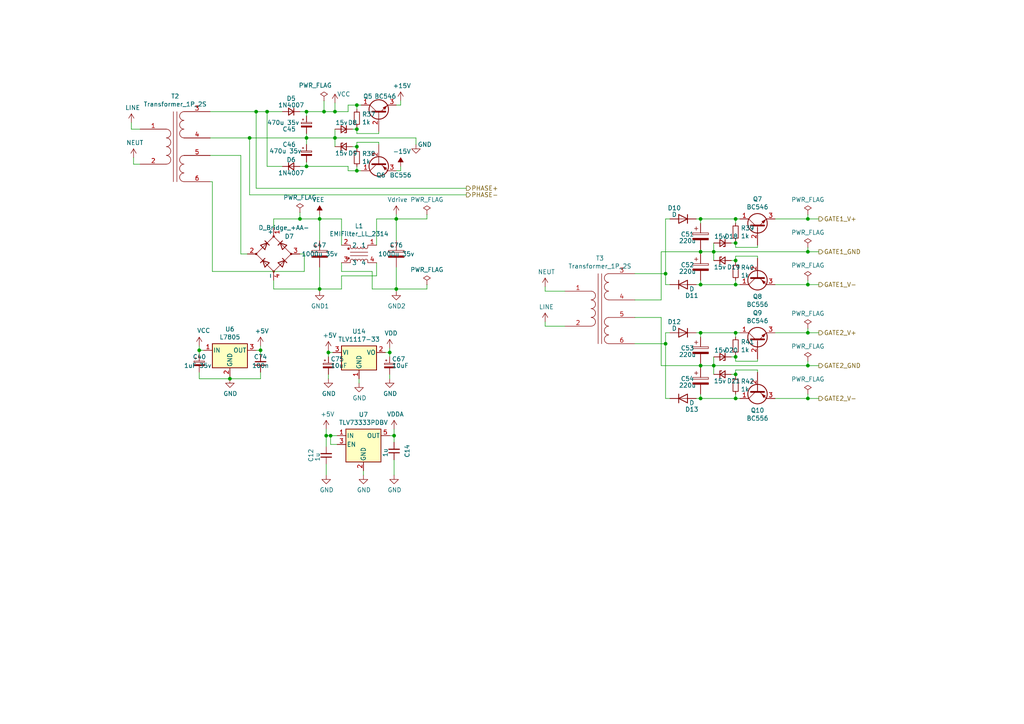
<source format=kicad_sch>
(kicad_sch (version 20200506) (host eeschema "5.99.0-unknown-1f9723c~101~ubuntu18.04.1")
  (page "A4")
  (junction (at 86.995 63.5))
  (junction (at 193.04 99.695))
  (junction (at 72.39 40.005))
  (junction (at 213.36 75.565))
  (junction (at 234.315 106.045))
  (junction (at 103.505 42.545))
  (junction (at 213.36 115.57))
  (junction (at 213.36 70.485))
  (junction (at 92.71 83.82))
  (junction (at 213.36 82.55))
  (junction (at 103.505 30.48))
  (junction (at 207.01 106.045))
  (junction (at 113.03 102.235))
  (junction (at 88.9 40.005))
  (junction (at 203.2 63.5))
  (junction (at 88.9 48.26))
  (junction (at 95.25 102.235))
  (junction (at 93.98 32.385))
  (junction (at 94.615 126.365))
  (junction (at 203.2 115.57))
  (junction (at 203.2 73.025))
  (junction (at 213.36 63.5))
  (junction (at 203.2 82.55))
  (junction (at 66.675 109.855))
  (junction (at 97.155 40.005))
  (junction (at 213.36 103.505))
  (junction (at 103.505 49.53))
  (junction (at 213.36 108.585))
  (junction (at 75.565 101.6))
  (junction (at 74.295 32.385))
  (junction (at 77.47 32.385))
  (junction (at 88.9 32.385))
  (junction (at 213.36 96.52))
  (junction (at 234.315 73.025))
  (junction (at 207.01 73.025))
  (junction (at 234.315 96.52))
  (junction (at 95.885 126.365))
  (junction (at 193.04 79.375))
  (junction (at 234.315 115.57))
  (junction (at 114.935 63.5))
  (junction (at 234.315 63.5))
  (junction (at 203.2 106.045))
  (junction (at 97.155 32.385))
  (junction (at 114.3 126.365))
  (junction (at 234.315 82.55))
  (junction (at 103.505 37.465))
  (junction (at 57.785 101.6))
  (junction (at 114.935 83.82))
  (junction (at 92.71 63.5))
  (junction (at 203.2 96.52))
  (wire (pts (xy 38.1 35.56) (xy 38.1 37.465)))
  (wire (pts (xy 38.1 37.465) (xy 40.64 37.465)))
  (wire (pts (xy 38.735 45.72) (xy 38.735 47.625)))
  (wire (pts (xy 38.735 47.625) (xy 40.64 47.625)))
  (wire (pts (xy 57.785 100.33) (xy 57.785 101.6)))
  (wire (pts (xy 57.785 101.6) (xy 57.785 102.87)))
  (wire (pts (xy 57.785 101.6) (xy 59.055 101.6)))
  (wire (pts (xy 57.785 107.95) (xy 57.785 109.855)))
  (wire (pts (xy 57.785 109.855) (xy 66.675 109.855)))
  (wire (pts (xy 60.96 32.385) (xy 74.295 32.385)))
  (wire (pts (xy 60.96 40.005) (xy 72.39 40.005)))
  (wire (pts (xy 60.96 45.085) (xy 69.85 45.085)))
  (wire (pts (xy 60.96 52.705) (xy 61.595 52.705)))
  (wire (pts (xy 61.595 52.705) (xy 61.595 78.74)))
  (wire (pts (xy 61.595 78.74) (xy 88.265 78.74)))
  (wire (pts (xy 66.675 109.22) (xy 66.675 109.855)))
  (wire (pts (xy 66.675 109.855) (xy 75.565 109.855)))
  (wire (pts (xy 69.85 45.085) (xy 69.85 73.66)))
  (wire (pts (xy 69.85 73.66) (xy 71.755 73.66)))
  (wire (pts (xy 72.39 40.005) (xy 88.9 40.005)))
  (wire (pts (xy 72.39 56.515) (xy 72.39 40.005)))
  (wire (pts (xy 72.39 56.515) (xy 135.255 56.515)))
  (wire (pts (xy 74.295 32.385) (xy 74.295 54.61)))
  (wire (pts (xy 74.295 32.385) (xy 77.47 32.385)))
  (wire (pts (xy 74.295 54.61) (xy 135.255 54.61)))
  (wire (pts (xy 74.295 101.6) (xy 75.565 101.6)))
  (wire (pts (xy 75.565 100.33) (xy 75.565 101.6)))
  (wire (pts (xy 75.565 101.6) (xy 75.565 102.87)))
  (wire (pts (xy 75.565 107.95) (xy 75.565 109.855)))
  (wire (pts (xy 77.47 32.385) (xy 81.915 32.385)))
  (wire (pts (xy 77.47 48.26) (xy 77.47 32.385)))
  (wire (pts (xy 77.47 48.26) (xy 81.915 48.26)))
  (wire (pts (xy 79.375 63.5) (xy 79.375 66.04)))
  (wire (pts (xy 79.375 63.5) (xy 86.995 63.5)))
  (wire (pts (xy 79.375 81.28) (xy 79.375 83.82)))
  (wire (pts (xy 79.375 83.82) (xy 92.71 83.82)))
  (wire (pts (xy 86.995 32.385) (xy 88.9 32.385)))
  (wire (pts (xy 86.995 48.26) (xy 88.9 48.26)))
  (wire (pts (xy 86.995 61.595) (xy 86.995 63.5)))
  (wire (pts (xy 86.995 63.5) (xy 92.71 63.5)))
  (wire (pts (xy 88.265 73.66) (xy 86.995 73.66)))
  (wire (pts (xy 88.265 78.74) (xy 88.265 73.66)))
  (wire (pts (xy 88.9 32.385) (xy 88.9 33.655)))
  (wire (pts (xy 88.9 32.385) (xy 93.98 32.385)))
  (wire (pts (xy 88.9 40.005) (xy 88.9 38.735)))
  (wire (pts (xy 88.9 40.005) (xy 88.9 41.91)))
  (wire (pts (xy 88.9 40.005) (xy 97.155 40.005)))
  (wire (pts (xy 88.9 48.26) (xy 88.9 46.99)))
  (wire (pts (xy 88.9 48.26) (xy 100.965 48.26)))
  (wire (pts (xy 92.71 62.23) (xy 92.71 63.5)))
  (wire (pts (xy 92.71 63.5) (xy 92.71 69.85)))
  (wire (pts (xy 92.71 63.5) (xy 99.06 63.5)))
  (wire (pts (xy 92.71 77.47) (xy 92.71 83.82)))
  (wire (pts (xy 92.71 83.82) (xy 92.71 84.455)))
  (wire (pts (xy 92.71 83.82) (xy 99.06 83.82)))
  (wire (pts (xy 93.98 29.21) (xy 93.98 32.385)))
  (wire (pts (xy 93.98 32.385) (xy 97.155 32.385)))
  (wire (pts (xy 94.615 124.46) (xy 94.615 126.365)))
  (wire (pts (xy 94.615 126.365) (xy 94.615 129.54)))
  (wire (pts (xy 94.615 126.365) (xy 95.885 126.365)))
  (wire (pts (xy 94.615 134.62) (xy 94.615 137.795)))
  (wire (pts (xy 95.25 101.6) (xy 95.25 102.235)))
  (wire (pts (xy 95.25 102.235) (xy 95.25 103.505)))
  (wire (pts (xy 95.25 102.235) (xy 96.52 102.235)))
  (wire (pts (xy 95.25 108.585) (xy 95.25 109.855)))
  (wire (pts (xy 95.885 126.365) (xy 95.885 128.905)))
  (wire (pts (xy 95.885 128.905) (xy 97.79 128.905)))
  (wire (pts (xy 97.155 29.845) (xy 97.155 32.385)))
  (wire (pts (xy 97.155 32.385) (xy 100.965 32.385)))
  (wire (pts (xy 97.155 37.465) (xy 97.155 40.005)))
  (wire (pts (xy 97.155 40.005) (xy 97.155 42.545)))
  (wire (pts (xy 97.155 40.005) (xy 120.65 40.005)))
  (wire (pts (xy 97.79 126.365) (xy 95.885 126.365)))
  (wire (pts (xy 99.06 63.5) (xy 99.06 71.12)))
  (wire (pts (xy 99.06 76.2) (xy 99.06 78.74)))
  (wire (pts (xy 99.06 78.74) (xy 107.95 78.74)))
  (wire (pts (xy 99.06 80.01) (xy 99.06 83.82)))
  (wire (pts (xy 100.965 30.48) (xy 103.505 30.48)))
  (wire (pts (xy 100.965 32.385) (xy 100.965 30.48)))
  (wire (pts (xy 100.965 48.26) (xy 100.965 49.53)))
  (wire (pts (xy 100.965 49.53) (xy 103.505 49.53)))
  (wire (pts (xy 102.235 37.465) (xy 103.505 37.465)))
  (wire (pts (xy 102.235 42.545) (xy 103.505 42.545)))
  (wire (pts (xy 103.505 30.48) (xy 103.505 31.75)))
  (wire (pts (xy 103.505 30.48) (xy 104.775 30.48)))
  (wire (pts (xy 103.505 36.83) (xy 103.505 37.465)))
  (wire (pts (xy 103.505 37.465) (xy 103.505 38.735)))
  (wire (pts (xy 103.505 38.735) (xy 109.855 38.735)))
  (wire (pts (xy 103.505 41.275) (xy 103.505 42.545)))
  (wire (pts (xy 103.505 42.545) (xy 103.505 43.18)))
  (wire (pts (xy 103.505 48.26) (xy 103.505 49.53)))
  (wire (pts (xy 103.505 49.53) (xy 104.775 49.53)))
  (wire (pts (xy 104.14 109.855) (xy 104.14 111.125)))
  (wire (pts (xy 105.41 136.525) (xy 105.41 137.795)))
  (wire (pts (xy 107.95 78.74) (xy 107.95 83.82)))
  (wire (pts (xy 107.95 83.82) (xy 114.935 83.82)))
  (wire (pts (xy 109.22 63.5) (xy 109.22 71.12)))
  (wire (pts (xy 109.22 63.5) (xy 114.935 63.5)))
  (wire (pts (xy 109.22 76.2) (xy 109.22 80.01)))
  (wire (pts (xy 109.22 80.01) (xy 99.06 80.01)))
  (wire (pts (xy 109.855 38.1) (xy 109.855 38.735)))
  (wire (pts (xy 109.855 41.275) (xy 103.505 41.275)))
  (wire (pts (xy 109.855 41.91) (xy 109.855 41.275)))
  (wire (pts (xy 111.76 102.235) (xy 113.03 102.235)))
  (wire (pts (xy 113.03 100.965) (xy 113.03 102.235)))
  (wire (pts (xy 113.03 102.235) (xy 113.03 103.505)))
  (wire (pts (xy 113.03 108.585) (xy 113.03 109.855)))
  (wire (pts (xy 113.03 126.365) (xy 114.3 126.365)))
  (wire (pts (xy 114.3 124.46) (xy 114.3 126.365)))
  (wire (pts (xy 114.3 126.365) (xy 114.3 128.27)))
  (wire (pts (xy 114.3 133.35) (xy 114.3 137.795)))
  (wire (pts (xy 114.935 30.48) (xy 116.205 30.48)))
  (wire (pts (xy 114.935 49.53) (xy 116.205 49.53)))
  (wire (pts (xy 114.935 62.23) (xy 114.935 63.5)))
  (wire (pts (xy 114.935 63.5) (xy 114.935 69.85)))
  (wire (pts (xy 114.935 63.5) (xy 123.825 63.5)))
  (wire (pts (xy 114.935 77.47) (xy 114.935 83.82)))
  (wire (pts (xy 114.935 83.82) (xy 114.935 84.455)))
  (wire (pts (xy 114.935 83.82) (xy 123.825 83.82)))
  (wire (pts (xy 116.205 30.48) (xy 116.205 29.21)))
  (wire (pts (xy 116.205 49.53) (xy 116.205 48.26)))
  (wire (pts (xy 120.65 40.005) (xy 120.65 41.91)))
  (wire (pts (xy 123.825 62.23) (xy 123.825 63.5)))
  (wire (pts (xy 123.825 83.82) (xy 123.825 82.55)))
  (wire (pts (xy 158.115 83.185) (xy 158.115 84.455)))
  (wire (pts (xy 158.115 84.455) (xy 163.83 84.455)))
  (wire (pts (xy 158.115 93.345) (xy 158.115 94.615)))
  (wire (pts (xy 158.115 94.615) (xy 163.83 94.615)))
  (wire (pts (xy 184.15 79.375) (xy 193.04 79.375)))
  (wire (pts (xy 184.15 86.995) (xy 191.77 86.995)))
  (wire (pts (xy 184.15 92.075) (xy 191.77 92.075)))
  (wire (pts (xy 184.15 99.695) (xy 193.04 99.695)))
  (wire (pts (xy 191.77 73.025) (xy 203.2 73.025)))
  (wire (pts (xy 191.77 86.995) (xy 191.77 73.025)))
  (wire (pts (xy 191.77 92.075) (xy 191.77 106.045)))
  (wire (pts (xy 191.77 106.045) (xy 203.2 106.045)))
  (wire (pts (xy 193.04 63.5) (xy 194.31 63.5)))
  (wire (pts (xy 193.04 79.375) (xy 193.04 63.5)))
  (wire (pts (xy 193.04 82.55) (xy 193.04 79.375)))
  (wire (pts (xy 193.04 82.55) (xy 194.31 82.55)))
  (wire (pts (xy 193.04 96.52) (xy 193.04 99.695)))
  (wire (pts (xy 193.04 96.52) (xy 194.31 96.52)))
  (wire (pts (xy 193.04 99.695) (xy 193.04 115.57)))
  (wire (pts (xy 194.31 115.57) (xy 193.04 115.57)))
  (wire (pts (xy 201.93 63.5) (xy 203.2 63.5)))
  (wire (pts (xy 201.93 82.55) (xy 203.2 82.55)))
  (wire (pts (xy 201.93 96.52) (xy 203.2 96.52)))
  (wire (pts (xy 201.93 115.57) (xy 203.2 115.57)))
  (wire (pts (xy 203.2 63.5) (xy 203.2 64.77)))
  (wire (pts (xy 203.2 63.5) (xy 213.36 63.5)))
  (wire (pts (xy 203.2 72.39) (xy 203.2 73.025)))
  (wire (pts (xy 203.2 73.025) (xy 203.2 73.66)))
  (wire (pts (xy 203.2 73.025) (xy 207.01 73.025)))
  (wire (pts (xy 203.2 82.55) (xy 203.2 81.28)))
  (wire (pts (xy 203.2 82.55) (xy 213.36 82.55)))
  (wire (pts (xy 203.2 96.52) (xy 203.2 97.79)))
  (wire (pts (xy 203.2 96.52) (xy 213.36 96.52)))
  (wire (pts (xy 203.2 105.41) (xy 203.2 106.045)))
  (wire (pts (xy 203.2 106.045) (xy 203.2 106.68)))
  (wire (pts (xy 203.2 106.045) (xy 207.01 106.045)))
  (wire (pts (xy 203.2 115.57) (xy 203.2 114.3)))
  (wire (pts (xy 203.2 115.57) (xy 213.36 115.57)))
  (wire (pts (xy 207.01 73.025) (xy 207.01 70.485)))
  (wire (pts (xy 207.01 73.025) (xy 207.01 75.565)))
  (wire (pts (xy 207.01 73.025) (xy 234.315 73.025)))
  (wire (pts (xy 207.01 106.045) (xy 207.01 103.505)))
  (wire (pts (xy 207.01 106.045) (xy 207.01 108.585)))
  (wire (pts (xy 207.01 106.045) (xy 234.315 106.045)))
  (wire (pts (xy 212.09 70.485) (xy 213.36 70.485)))
  (wire (pts (xy 212.09 75.565) (xy 213.36 75.565)))
  (wire (pts (xy 212.09 103.505) (xy 213.36 103.505)))
  (wire (pts (xy 212.09 108.585) (xy 213.36 108.585)))
  (wire (pts (xy 213.36 63.5) (xy 213.36 64.77)))
  (wire (pts (xy 213.36 63.5) (xy 214.63 63.5)))
  (wire (pts (xy 213.36 69.85) (xy 213.36 70.485)))
  (wire (pts (xy 213.36 70.485) (xy 213.36 71.755)))
  (wire (pts (xy 213.36 71.755) (xy 219.71 71.755)))
  (wire (pts (xy 213.36 74.295) (xy 213.36 75.565)))
  (wire (pts (xy 213.36 75.565) (xy 213.36 76.2)))
  (wire (pts (xy 213.36 81.28) (xy 213.36 82.55)))
  (wire (pts (xy 213.36 82.55) (xy 214.63 82.55)))
  (wire (pts (xy 213.36 96.52) (xy 213.36 97.79)))
  (wire (pts (xy 213.36 96.52) (xy 214.63 96.52)))
  (wire (pts (xy 213.36 102.87) (xy 213.36 103.505)))
  (wire (pts (xy 213.36 103.505) (xy 213.36 104.775)))
  (wire (pts (xy 213.36 104.775) (xy 219.71 104.775)))
  (wire (pts (xy 213.36 107.315) (xy 213.36 108.585)))
  (wire (pts (xy 213.36 108.585) (xy 213.36 109.22)))
  (wire (pts (xy 213.36 114.3) (xy 213.36 115.57)))
  (wire (pts (xy 213.36 115.57) (xy 214.63 115.57)))
  (wire (pts (xy 219.71 71.12) (xy 219.71 71.755)))
  (wire (pts (xy 219.71 74.295) (xy 213.36 74.295)))
  (wire (pts (xy 219.71 74.93) (xy 219.71 74.295)))
  (wire (pts (xy 219.71 104.14) (xy 219.71 104.775)))
  (wire (pts (xy 219.71 107.315) (xy 213.36 107.315)))
  (wire (pts (xy 219.71 107.95) (xy 219.71 107.315)))
  (wire (pts (xy 224.79 63.5) (xy 234.315 63.5)))
  (wire (pts (xy 224.79 82.55) (xy 234.315 82.55)))
  (wire (pts (xy 224.79 96.52) (xy 234.315 96.52)))
  (wire (pts (xy 224.79 115.57) (xy 234.315 115.57)))
  (wire (pts (xy 234.315 62.23) (xy 234.315 63.5)))
  (wire (pts (xy 234.315 63.5) (xy 237.49 63.5)))
  (wire (pts (xy 234.315 71.755) (xy 234.315 73.025)))
  (wire (pts (xy 234.315 73.025) (xy 237.49 73.025)))
  (wire (pts (xy 234.315 81.28) (xy 234.315 82.55)))
  (wire (pts (xy 234.315 82.55) (xy 237.49 82.55)))
  (wire (pts (xy 234.315 95.25) (xy 234.315 96.52)))
  (wire (pts (xy 234.315 96.52) (xy 237.49 96.52)))
  (wire (pts (xy 234.315 104.775) (xy 234.315 106.045)))
  (wire (pts (xy 234.315 106.045) (xy 237.49 106.045)))
  (wire (pts (xy 234.315 114.3) (xy 234.315 115.57)))
  (wire (pts (xy 234.315 115.57) (xy 237.49 115.57)))
  (hierarchical_label "PHASE+" (shape output) (at 135.255 54.61 0))
  (hierarchical_label "PHASE-" (shape output) (at 135.255 56.515 0))
  (hierarchical_label "GATE1_V+" (shape output) (at 237.49 63.5 0))
  (hierarchical_label "GATE1_GND" (shape output) (at 237.49 73.025 0))
  (hierarchical_label "GATE1_V-" (shape output) (at 237.49 82.55 0))
  (hierarchical_label "GATE2_V+" (shape output) (at 237.49 96.52 0))
  (hierarchical_label "GATE2_GND" (shape output) (at 237.49 106.045 0))
  (hierarchical_label "GATE2_V-" (shape output) (at 237.49 115.57 0))
  (symbol (lib_name "power:PWR_FLAG_2") (lib_id "power:PWR_FLAG") (at 86.995 61.595 0) (unit 1)
    (property "Reference" "#FLG0121" (effects hide))
    (property "Value" "PWR_FLAG" (at 86.995 57.2706 0))
  )
  (symbol (lib_name "power:PWR_FLAG_1") (lib_id "power:PWR_FLAG") (at 93.98 29.21 0) (unit 1)
    (property "Reference" "#FLG0120" (effects hide))
    (property "Value" "PWR_FLAG" (at 91.44 24.765 0))
  )
  (symbol (lib_name "power:PWR_FLAG_3") (lib_id "power:PWR_FLAG") (at 123.825 62.23 0) (unit 1)
    (property "Reference" "#FLG0126" (effects hide))
    (property "Value" "PWR_FLAG" (at 123.825 57.912 0))
  )
  (symbol (lib_name "power:PWR_FLAG_4") (lib_id "power:PWR_FLAG") (at 123.825 82.55 0) (unit 1)
    (property "Reference" "#FLG0127" (effects hide))
    (property "Value" "PWR_FLAG" (at 123.825 78.232 0))
  )
  (symbol (lib_id "power:PWR_FLAG") (at 234.315 62.23 0) (unit 1)
    (property "Reference" "#FLG0109" (effects hide))
    (property "Value" "PWR_FLAG" (at 234.315 57.9056 0))
  )
  (symbol (lib_id "power:PWR_FLAG") (at 234.315 71.755 0) (unit 1)
    (property "Reference" "#FLG0110" (effects hide))
    (property "Value" "PWR_FLAG" (at 234.315 67.4306 0))
  )
  (symbol (lib_id "power:PWR_FLAG") (at 234.315 81.28 0) (unit 1)
    (property "Reference" "#FLG0108" (effects hide))
    (property "Value" "PWR_FLAG" (at 234.315 76.962 0))
  )
  (symbol (lib_id "power:PWR_FLAG") (at 234.315 95.25 0) (unit 1)
    (property "Reference" "#FLG0117" (effects hide))
    (property "Value" "PWR_FLAG" (at 234.315 90.932 0))
  )
  (symbol (lib_id "power:PWR_FLAG") (at 234.315 104.775 0) (unit 1)
    (property "Reference" "#FLG0118" (effects hide))
    (property "Value" "PWR_FLAG" (at 234.315 100.457 0))
  )
  (symbol (lib_id "power:PWR_FLAG") (at 234.315 114.3 0) (unit 1)
    (property "Reference" "#FLG0119" (effects hide))
    (property "Value" "PWR_FLAG" (at 234.315 109.982 0))
  )
  (symbol (lib_id "power:LINE") (at 38.1 35.56 0) (unit 1)
    (property "Reference" "#PWR039" (effects hide))
    (property "Value" "LINE" (at 38.481 31.242 0))
  )
  (symbol (lib_id "power:NEUT") (at 38.735 45.72 0) (unit 1)
    (property "Reference" "#PWR040" (effects hide))
    (property "Value" "NEUT" (at 39.116 41.402 0))
  )
  (symbol (lib_id "power:VCC") (at 57.785 100.33 0) (unit 1)
    (property "Reference" "#PWR019" (effects hide))
    (property "Value" "VCC" (at 59.055 95.885 0))
  )
  (symbol (lib_id "power:+5V") (at 75.565 100.33 0) (unit 1)
    (property "Reference" "#PWR021" (effects hide))
    (property "Value" "+5V" (at 75.946 96.012 0))
  )
  (symbol (lib_id "power:VEE") (at 92.71 62.23 0) (mirror y) (unit 1)
    (property "Reference" "#PWR042" (effects hide))
    (property "Value" "VEE" (at 92.329 57.912 0))
  )
  (symbol (lib_id "power:+5V") (at 94.615 124.46 0) (unit 1)
    (property "Reference" "#PWR0101" (effects hide))
    (property "Value" "+5V" (at 94.996 120.142 0))
  )
  (symbol (lib_id "power:+5V") (at 95.25 101.6 0) (unit 1)
    (property "Reference" "#PWR0106" (effects hide))
    (property "Value" "+5V" (at 95.631 97.282 0))
  )
  (symbol (lib_id "power:VCC") (at 97.155 29.845 0) (unit 1)
    (property "Reference" "#PWR041" (effects hide))
    (property "Value" "VCC" (at 99.695 27.305 0))
  )
  (symbol (lib_id "power:VDD") (at 113.03 100.965 0) (unit 1)
    (property "Reference" "#PWR028" (effects hide))
    (property "Value" "VDD" (at 113.411 96.647 0))
  )
  (symbol (lib_id "power:VDDA") (at 114.3 124.46 0) (unit 1)
    (property "Reference" "#PWR030" (effects hide))
    (property "Value" "VDDA" (at 114.681 120.142 0))
  )
  (symbol (lib_id "power:Vdrive") (at 114.935 62.23 0) (unit 1)
    (property "Reference" "#PWR0130" (effects hide))
    (property "Value" "Vdrive" (at 115.3033 57.9056 0))
  )
  (symbol (lib_id "power:+15V") (at 116.205 29.21 0) (unit 1)
    (property "Reference" "#PWR044" (effects hide))
    (property "Value" "+15V" (at 116.5733 24.8856 0))
  )
  (symbol (lib_id "power:-15V") (at 116.205 48.26 0) (unit 1)
    (property "Reference" "#PWR045" (effects hide))
    (property "Value" "-15V" (at 116.5733 43.9356 0))
  )
  (symbol (lib_id "power:NEUT") (at 158.115 83.185 0) (unit 1)
    (property "Reference" "#PWR056" (effects hide))
    (property "Value" "NEUT" (at 158.4833 78.8606 0))
  )
  (symbol (lib_id "power:LINE") (at 158.115 93.345 0) (unit 1)
    (property "Reference" "#PWR055" (effects hide))
    (property "Value" "LINE" (at 158.4833 89.0206 0))
  )
  (symbol (lib_id "power:GND") (at 66.675 109.855 0) (unit 1)
    (property "Reference" "#PWR020" (effects hide))
    (property "Value" "GND" (at 66.802 114.173 0))
  )
  (symbol (lib_id "power:GND1") (at 92.71 84.455 0) (unit 1)
    (property "Reference" "#PWR043" (effects hide))
    (property "Value" "GND1" (at 92.8243 88.7794 0))
  )
  (symbol (lib_id "power:GND") (at 94.615 137.795 0) (unit 1)
    (property "Reference" "#PWR0109" (effects hide))
    (property "Value" "GND" (at 94.742 142.113 0))
  )
  (symbol (lib_id "power:GND") (at 95.25 109.855 0) (unit 1)
    (property "Reference" "#PWR0132" (effects hide))
    (property "Value" "GND" (at 95.377 114.173 0))
  )
  (symbol (lib_id "power:GND") (at 104.14 111.125 0) (unit 1)
    (property "Reference" "#PWR0102" (effects hide))
    (property "Value" "GND" (at 104.267 115.443 0))
  )
  (symbol (lib_id "power:GND") (at 105.41 137.795 0) (unit 1)
    (property "Reference" "#PWR0103" (effects hide))
    (property "Value" "GND" (at 105.537 142.113 0))
  )
  (symbol (lib_id "power:GND") (at 113.03 109.855 0) (unit 1)
    (property "Reference" "#PWR053" (effects hide))
    (property "Value" "GND" (at 113.157 114.173 0))
  )
  (symbol (lib_id "power:GND") (at 114.3 137.795 0) (unit 1)
    (property "Reference" "#PWR0104" (effects hide))
    (property "Value" "GND" (at 114.427 142.113 0))
  )
  (symbol (lib_id "power:GND2") (at 114.935 84.455 0) (unit 1)
    (property "Reference" "#PWR0131" (effects hide))
    (property "Value" "GND2" (at 115.0493 88.7794 0))
  )
  (symbol (lib_id "power:GND") (at 120.65 41.91 0) (unit 1)
    (property "Reference" "#PWR046" (effects hide))
    (property "Value" "GND" (at 123.19 41.91 0))
  )
  (symbol (lib_name "Device:R_Small_1") (lib_id "Device:R_Small") (at 103.505 34.29 0) (unit 1)
    (property "Reference" "R37" (at 105.0036 33.147 0) (effects (justify left)))
    (property "Value" "1k" (at 105.0036 35.433 0) (effects (justify left)))
    (property "Footprint" "Resistor_THT:R_Axial_DIN0204_L3.6mm_D1.6mm_P5.08mm_Horizontal" (effects hide))
    (property "Link" "https://ozdisan.com/passive-components/resistors/tht-through-hole-resistors/CFR0W8J0102A50" (effects hide))
    (property "Price" "0.03898TL" (effects hide))
  )
  (symbol (lib_name "Device:R_Small_2") (lib_id "Device:R_Small") (at 103.505 45.72 0) (unit 1)
    (property "Reference" "R38" (at 105.0036 44.577 0) (effects (justify left)))
    (property "Value" "1k" (at 105.0036 46.863 0) (effects (justify left)))
    (property "Footprint" "Resistor_THT:R_Axial_DIN0204_L3.6mm_D1.6mm_P5.08mm_Horizontal" (effects hide))
    (property "Link" "https://ozdisan.com/passive-components/resistors/tht-through-hole-resistors/CFR0W8J0102A50" (effects hide))
    (property "Price" "0.03898TL" (effects hide))
  )
  (symbol (lib_name "Device:R_Small_3") (lib_id "Device:R_Small") (at 213.36 67.31 0) (unit 1)
    (property "Reference" "R39" (at 214.8586 66.167 0) (effects (justify left)))
    (property "Value" "1k" (at 214.8586 68.453 0) (effects (justify left)))
    (property "Footprint" "Resistor_THT:R_Axial_DIN0204_L3.6mm_D1.6mm_P5.08mm_Horizontal" (effects hide))
    (property "Link" "https://ozdisan.com/passive-components/resistors/tht-through-hole-resistors/CFR0W8J0102A50" (effects hide))
    (property "Price" "0.03898TL" (effects hide))
  )
  (symbol (lib_id "Device:R_Small") (at 213.36 78.74 0) (unit 1)
    (property "Reference" "R40" (at 214.8586 77.597 0) (effects (justify left)))
    (property "Value" "1k" (at 214.8586 79.883 0) (effects (justify left)))
    (property "Footprint" "Resistor_THT:R_Axial_DIN0204_L3.6mm_D1.6mm_P5.08mm_Horizontal" (effects hide))
    (property "Link" "https://ozdisan.com/passive-components/resistors/tht-through-hole-resistors/CFR0W8J0102A50" (effects hide))
    (property "Price" "0.03898TL" (effects hide))
  )
  (symbol (lib_id "Device:R_Small") (at 213.36 100.33 0) (unit 1)
    (property "Reference" "R41" (at 214.8586 99.187 0) (effects (justify left)))
    (property "Value" "1k" (at 214.8586 101.473 0) (effects (justify left)))
    (property "Footprint" "Resistor_THT:R_Axial_DIN0204_L3.6mm_D1.6mm_P5.08mm_Horizontal" (effects hide))
    (property "Link" "https://ozdisan.com/passive-components/resistors/tht-through-hole-resistors/CFR0W8J0102A50" (effects hide))
    (property "Price" "0.03898TL" (effects hide))
  )
  (symbol (lib_id "Device:R_Small") (at 213.36 111.76 0) (unit 1)
    (property "Reference" "R42" (at 214.8586 110.617 0) (effects (justify left)))
    (property "Value" "1k" (at 214.8586 112.903 0) (effects (justify left)))
    (property "Footprint" "Resistor_THT:R_Axial_DIN0204_L3.6mm_D1.6mm_P5.08mm_Horizontal" (effects hide))
    (property "Link" "https://ozdisan.com/passive-components/resistors/tht-through-hole-resistors/CFR0W8J0102A50" (effects hide))
    (property "Price" "0.03898TL" (effects hide))
  )
  (symbol (lib_id "Device:D_Small") (at 84.455 32.385 180) (unit 1)
    (property "Reference" "D5" (at 84.455 28.575 0))
    (property "Value" "1N4007" (at 84.455 30.48 0))
    (property "Footprint" "Diode_THT:D_A-405_P10.16mm_Horizontal" (effects hide))
    (property "Link" "https://ozdisan.com/power-semiconductors/diodes-diode-modules-and-rectifiers/general-purpose-diodes/1N4007-JQ" (effects hide))
    (property "Price" "0.08621TL" (effects hide))
  )
  (symbol (lib_id "Device:D_Small") (at 84.455 48.26 0) (unit 1)
    (property "Reference" "D6" (at 84.455 46.355 0))
    (property "Value" "1N4007" (at 84.455 50.165 0))
    (property "Footprint" "Diode_THT:D_A-405_P10.16mm_Horizontal" (effects hide))
    (property "Link" "https://ozdisan.com/power-semiconductors/diodes-diode-modules-and-rectifiers/general-purpose-diodes/1N4007-JQ" (effects hide))
    (property "Price" "0.08621TL" (effects hide))
  )
  (symbol (lib_name "Device:D_Zener_Small_1") (lib_id "Device:D_Zener_Small") (at 99.695 37.465 180) (unit 1)
    (property "Reference" "D8" (at 102.235 35.56 0))
    (property "Value" "15v" (at 99.06 35.56 0))
    (property "Footprint" "Diode_THT:D_DO-35_SOD27_P7.62mm_Horizontal" (effects hide))
    (property "Link" "https://ozdisan.com/power-semiconductors/diodes-diode-modules-and-rectifiers/zener-diodes/BZX55C15AY10001" (effects hide))
    (property "Price" "0.13551TL" (effects hide))
  )
  (symbol (lib_name "Device:D_Zener_Small_2") (lib_id "Device:D_Zener_Small") (at 99.695 42.545 0) (unit 1)
    (property "Reference" "D9" (at 100.965 44.45 0) (effects (justify left)))
    (property "Value" "15v" (at 97.155 44.45 0) (effects (justify left)))
    (property "Footprint" "Diode_THT:D_DO-35_SOD27_P7.62mm_Horizontal" (effects hide))
    (property "Link" "https://ozdisan.com/power-semiconductors/diodes-diode-modules-and-rectifiers/zener-diodes/BZX55C15AY10001" (effects hide))
    (property "Price" "0.13551TL" (effects hide))
  )
  (symbol (lib_id "Device:D_Zener_Small") (at 209.55 70.485 180) (unit 1)
    (property "Reference" "D18" (at 212.09 68.58 0))
    (property "Value" "15v" (at 208.915 68.58 0))
    (property "Footprint" "Diode_THT:D_DO-35_SOD27_P7.62mm_Horizontal" (effects hide))
    (property "Link" "https://ozdisan.com/power-semiconductors/diodes-diode-modules-and-rectifiers/zener-diodes/BZX55C15AY10001" (effects hide))
    (property "Price" "0.13551TL" (effects hide))
  )
  (symbol (lib_id "Device:D_Zener_Small") (at 209.55 75.565 0) (unit 1)
    (property "Reference" "D19" (at 210.82 77.47 0) (effects (justify left)))
    (property "Value" "15v" (at 207.01 77.47 0) (effects (justify left)))
    (property "Footprint" "Diode_THT:D_DO-35_SOD27_P7.62mm_Horizontal" (effects hide))
    (property "Link" "https://ozdisan.com/power-semiconductors/diodes-diode-modules-and-rectifiers/zener-diodes/BZX55C15AY10001" (effects hide))
    (property "Price" "0.13551TL" (effects hide))
  )
  (symbol (lib_id "Device:D_Zener_Small") (at 209.55 103.505 180) (unit 1)
    (property "Reference" "D20" (at 212.09 101.6 0))
    (property "Value" "15v" (at 208.915 101.6 0))
    (property "Footprint" "Diode_THT:D_DO-35_SOD27_P7.62mm_Horizontal" (effects hide))
    (property "Link" "https://ozdisan.com/power-semiconductors/diodes-diode-modules-and-rectifiers/zener-diodes/BZX55C15AY10001" (effects hide))
    (property "Price" "0.13551TL" (effects hide))
  )
  (symbol (lib_id "Device:D_Zener_Small") (at 209.55 108.585 0) (unit 1)
    (property "Reference" "D21" (at 210.82 110.49 0) (effects (justify left)))
    (property "Value" "15v" (at 207.01 110.49 0) (effects (justify left)))
    (property "Footprint" "Diode_THT:D_DO-35_SOD27_P7.62mm_Horizontal" (effects hide))
    (property "Link" "https://ozdisan.com/power-semiconductors/diodes-diode-modules-and-rectifiers/zener-diodes/BZX55C15AY10001" (effects hide))
    (property "Price" "0.13551TL" (effects hide))
  )
  (symbol (lib_name "Device:CP_Small_3") (lib_id "Device:CP_Small") (at 57.785 105.41 0) (unit 1)
    (property "Reference" "C40" (at 55.88 103.505 0) (effects (justify left)))
    (property "Value" " 1uF 35v" (at 53.34 106.045 0) (effects (justify left)))
    (property "Footprint" "Capacitor_SMD:C_1206_3216Metric" (effects hide))
    (property "Link" "https://ozdisan.com/passive-components/capacitors/tantalum-capacitors/T491A105K035AT" (effects hide))
    (property "Price" "0.66495TL" (effects hide))
  )
  (symbol (lib_id "Device:CP_Small") (at 88.9 36.195 0) (unit 1)
    (property "Reference" "C45" (at 81.915 37.465 0) (effects (justify left)))
    (property "Value" "470u 35v" (at 77.47 35.56 0) (effects (justify left)))
    (property "Footprint" "Capacitor_THT:CP_Radial_D10.0mm_P5.00mm" (effects hide))
    (property "Link" "https://ozdisan.com/passive-components/capacitors/aluminum-capacitors/RS-035V470AX170-T5" (effects hide))
    (property "Price" "0.67556TL" (effects hide))
  )
  (symbol (lib_id "Device:CP_Small") (at 88.9 44.45 0) (unit 1)
    (property "Reference" "C46" (at 81.915 41.91 0) (effects (justify left)))
    (property "Value" "470u 35v" (at 78.105 43.815 0) (effects (justify left)))
    (property "Footprint" "Capacitor_THT:CP_Radial_D10.0mm_P5.00mm" (effects hide))
    (property "Link" "https://ozdisan.com/passive-components/capacitors/aluminum-capacitors/RS-035V470AX170-T5" (effects hide))
    (property "Price" "0.67556TL" (effects hide))
  )
  (symbol (lib_name "Device:CP_Small_1") (lib_id "Device:CP_Small") (at 95.25 106.045 0) (unit 1)
    (property "Reference" "C75" (at 95.885 104.14 0) (effects (justify left)))
    (property "Value" " 10uF" (at 95.885 106.045 0) (effects (justify left)))
    (property "Footprint" "Capacitor_Tantalum_SMD:CP_EIA-6032-15_Kemet-U" (effects hide))
    (property "Link" "https://ozdisan.com/passive-components/capacitors/tantalum-capacitors/T491C106K025AT" (effects hide))
    (property "Price" "1.59678TL" (effects hide))
  )
  (symbol (lib_name "Device:CP_Small_2") (lib_id "Device:CP_Small") (at 113.03 106.045 0) (unit 1)
    (property "Reference" "C67" (at 113.665 104.14 0) (effects (justify left)))
    (property "Value" " 10uF" (at 113.665 106.045 0) (effects (justify left)))
    (property "Footprint" "Capacitor_Tantalum_SMD:CP_EIA-6032-15_Kemet-U" (effects hide))
    (property "Link" "https://ozdisan.com/passive-components/capacitors/tantalum-capacitors/T491C106K025AT" (effects hide))
    (property "Price" "1.59678TL" (effects hide))
  )
  (symbol (lib_name "Device:C_Small_1") (lib_id "Device:C_Small") (at 75.565 105.41 180) (unit 1)
    (property "Reference" "C74" (at 75.565 103.505 0))
    (property "Value" "100n" (at 75.565 106.045 0))
    (property "Footprint" "Capacitor_SMD:C_0805_2012Metric" (effects hide))
    (property "Link" "https://ozdisan.com/passive-components/capacitors/smt-smd-and-mlcc-capacitors/CL21B104KBFWPNE" (effects hide))
    (property "Price" "0.10509TL" (effects hide))
  )
  (symbol (lib_id "Device:C_Small") (at 94.615 132.08 180) (unit 1)
    (property "Reference" "C12" (at 90.17 132.08 90))
    (property "Value" "1u " (at 92.075 132.08 90))
    (property "Footprint" "Capacitor_SMD:C_0805_2012Metric" (effects hide))
    (property "Link" "https://ozdisan.com/passive-components/capacitors/smt-smd-and-mlcc-capacitors/CL10A105KB8NNNC" (effects hide))
    (property "Price" "0.16514TL" (effects hide))
  )
  (symbol (lib_id "Device:C_Small") (at 114.3 130.81 180) (unit 1)
    (property "Reference" "C14" (at 118.11 130.81 90))
    (property "Value" "1u " (at 111.76 130.81 90))
    (property "Footprint" "Capacitor_SMD:C_0805_2012Metric" (effects hide))
    (property "Link" "https://ozdisan.com/passive-components/capacitors/smt-smd-and-mlcc-capacitors/CL10A105KB8NNNC" (effects hide))
    (property "Price" "0.16514TL" (effects hide))
  )
  (symbol (lib_id "Device:D") (at 198.12 63.5 0) (mirror y) (unit 1)
    (property "Reference" "D10" (at 195.58 60.325 0))
    (property "Value" "D" (at 195.58 62.23 0))
    (property "Footprint" "Diode_THT:D_DO-35_SOD27_P7.62mm_Horizontal" (effects hide))
    (property "Link" "https://ozdisan.com/power-semiconductors/diodes-diode-modules-and-rectifiers/general-purpose-diodes/1N4148-35AY10001" (effects hide))
    (property "Price" "0.05404TL" (effects hide))
  )
  (symbol (lib_id "Device:D") (at 198.12 82.55 0) (mirror x) (unit 1)
    (property "Reference" "D11" (at 200.66 85.725 0))
    (property "Value" "D" (at 200.66 83.82 0))
    (property "Footprint" "Diode_THT:D_DO-35_SOD27_P7.62mm_Horizontal" (effects hide))
    (property "Link" "https://ozdisan.com/power-semiconductors/diodes-diode-modules-and-rectifiers/general-purpose-diodes/1N4148-35AY10001" (effects hide))
    (property "Price" "0.05404TL" (effects hide))
  )
  (symbol (lib_name "Device:D_3") (lib_id "Device:D") (at 198.12 96.52 0) (mirror y) (unit 1)
    (property "Reference" "D12" (at 195.58 93.345 0))
    (property "Value" "D" (at 195.58 95.25 0))
    (property "Footprint" "Diode_THT:D_DO-35_SOD27_P7.62mm_Horizontal" (effects hide))
    (property "Link" "https://ozdisan.com/power-semiconductors/diodes-diode-modules-and-rectifiers/general-purpose-diodes/1N4148-35AY10001" (effects hide))
    (property "Price" "0.05404TL" (effects hide))
  )
  (symbol (lib_id "Device:D") (at 198.12 115.57 0) (mirror x) (unit 1)
    (property "Reference" "D13" (at 200.66 118.745 0))
    (property "Value" "D" (at 200.66 116.84 0))
    (property "Footprint" "Diode_THT:D_DO-35_SOD27_P7.62mm_Horizontal" (effects hide))
    (property "Link" "https://ozdisan.com/power-semiconductors/diodes-diode-modules-and-rectifiers/general-purpose-diodes/1N4148-35AY10001" (effects hide))
    (property "Price" "0.05404TL" (effects hide))
  )
  (symbol (lib_name "Device:CP_2") (lib_id "Device:CP") (at 92.71 73.66 0) (unit 1)
    (property "Reference" "C47" (at 92.71 71.12 0))
    (property "Value" "1000u 35v" (at 92.71 73.66 0))
    (property "Footprint" "Capacitor_THT:CP_Radial_D12.5mm_P5.00mm" (effects hide))
    (property "Link" "https://www.ozdisan.com/passive-components/capacitors/aluminum-capacitors/RD1H108M12025PH" (effects hide))
    (property "Price" "1.63682TL" (effects hide))
  )
  (symbol (lib_name "Device:CP_1") (lib_id "Device:CP") (at 114.935 73.66 0) (unit 1)
    (property "Reference" "C76" (at 114.935 71.12 0))
    (property "Value" "1000u 35v" (at 114.935 73.66 0))
    (property "Footprint" "Capacitor_THT:CP_Radial_D12.5mm_P5.00mm" (effects hide))
    (property "Link" "https://www.ozdisan.com/passive-components/capacitors/aluminum-capacitors/RD1H108M12025PH" (effects hide))
    (property "Price" "1.63682TL" (effects hide))
  )
  (symbol (lib_name "Device:CP_9") (lib_id "Device:CP") (at 203.2 68.58 0) (unit 1)
    (property "Reference" "C51" (at 199.39 67.945 0))
    (property "Value" "220u" (at 199.39 69.85 0))
    (property "Footprint" "Capacitor_THT:CP_Radial_D6.3mm_P2.50mm" (effects hide))
    (property "Link" "https://ozdisan.com/passive-components/capacitors/aluminum-capacitors/PKR1-025V221ME110-T2-5" (effects hide))
    (property "Price" "0.18954TL" (effects hide))
  )
  (symbol (lib_id "Device:CP") (at 203.2 77.47 0) (unit 1)
    (property "Reference" "C52" (at 199.39 76.835 0))
    (property "Value" "220u" (at 199.39 78.74 0))
    (property "Footprint" "Capacitor_THT:CP_Radial_D6.3mm_P2.50mm" (effects hide))
    (property "Link" "https://ozdisan.com/passive-components/capacitors/aluminum-capacitors/PKR1-025V221ME110-T2-5" (effects hide))
    (property "Price" "0.18954TL" (effects hide))
  )
  (symbol (lib_name "Device:CP_7") (lib_id "Device:CP") (at 203.2 101.6 0) (unit 1)
    (property "Reference" "C53" (at 199.39 100.965 0))
    (property "Value" "220u" (at 199.39 102.87 0))
    (property "Footprint" "Capacitor_THT:CP_Radial_D6.3mm_P2.50mm" (effects hide))
    (property "Link" "https://ozdisan.com/passive-components/capacitors/aluminum-capacitors/PKR1-025V221ME110-T2-5" (effects hide))
    (property "Price" "0.18954TL" (effects hide))
  )
  (symbol (lib_name "Device:CP_8") (lib_id "Device:CP") (at 203.2 110.49 0) (unit 1)
    (property "Reference" "C54" (at 199.39 109.855 0))
    (property "Value" "220u" (at 199.39 111.76 0))
    (property "Footprint" "Capacitor_THT:CP_Radial_D6.3mm_P2.50mm" (effects hide))
    (property "Link" "https://ozdisan.com/passive-components/capacitors/aluminum-capacitors/PKR1-025V221ME110-T2-5" (effects hide))
    (property "Price" "0.18954TL" (effects hide))
  )
  (symbol (lib_id "oe_choke:EMIFilter_LL_2314") (at 104.14 73.66 0) (unit 1)
    (property "Reference" "L1" (at 104.14 65.5382 0))
    (property "Value" "EMIFilter_LL_2314" (at 104.14 67.8369 0))
    (property "Footprint" "oe_inductor:EPCOS_B82721A" (effects hide))
    (property "Link" "https://ozdisan.com/passive-components/inductors/common-mode-chokes/B82721A2122N020" (effects hide))
    (property "Price" "14.29188TL" (effects hide))
  )
  (symbol (lib_name "Transistor_BJT:BC546_1") (lib_id "Transistor_BJT:BC546") (at 109.855 33.02 90) (unit 1)
    (property "Reference" "Q5" (at 106.68 27.94 90))
    (property "Value" "BC546" (at 111.76 27.94 90))
    (property "Footprint" "Package_TO_SOT_THT:TO-92_Inline_Wide" (effects hide))
    (property "Datasheet" "http://www.fairchildsemi.com/ds/BC/BC547.pdf" (effects hide))
    (property "Link" "https://ozdisan.com/power-semiconductors/transistors/discrete-transistors/BC546B-HT" (effects hide))
    (property "Price" "0.13717TL" (effects hide))
  )
  (symbol (lib_name "Transistor_BJT:BC556_2") (lib_id "Transistor_BJT:BC556") (at 109.855 46.99 90) (mirror x) (unit 1)
    (property "Reference" "Q6" (at 110.49 50.8 90))
    (property "Value" "BC556" (at 116.205 50.8 90))
    (property "Footprint" "Package_TO_SOT_THT:TO-92_Inline_Wide" (effects hide))
    (property "Datasheet" "http://www.fairchildsemi.com/ds/BC/BC557.pdf" (effects hide))
    (property "Link" "https://ozdisan.com/power-semiconductors/transistors/discrete-transistors/BC556B-HT" (effects hide))
    (property "Price" "0.224TL" (effects hide))
  )
  (symbol (lib_id "Transistor_BJT:BC546") (at 219.71 66.04 90) (unit 1)
    (property "Reference" "Q7" (at 219.71 57.7342 90))
    (property "Value" "BC546" (at 219.71 60.0456 90))
    (property "Footprint" "Package_TO_SOT_THT:TO-92_Inline_Wide" (effects hide))
    (property "Datasheet" "http://www.fairchildsemi.com/ds/BC/BC547.pdf" (effects hide))
    (property "Link" "https://ozdisan.com/power-semiconductors/transistors/discrete-transistors/BC546B-HT" (effects hide))
    (property "Price" "0.13717TL" (effects hide))
  )
  (symbol (lib_name "Transistor_BJT:BC556_1") (lib_id "Transistor_BJT:BC556") (at 219.71 80.01 90) (mirror x) (unit 1)
    (property "Reference" "Q8" (at 219.71 86.0044 90))
    (property "Value" "BC556" (at 219.71 88.3158 90))
    (property "Footprint" "Package_TO_SOT_THT:TO-92_Inline_Wide" (effects hide))
    (property "Datasheet" "http://www.fairchildsemi.com/ds/BC/BC557.pdf" (effects hide))
    (property "Link" "https://ozdisan.com/power-semiconductors/transistors/discrete-transistors/BC556B-HT" (effects hide))
    (property "Price" "0.224TL" (effects hide))
  )
  (symbol (lib_id "Transistor_BJT:BC546") (at 219.71 99.06 90) (unit 1)
    (property "Reference" "Q9" (at 219.71 90.7542 90))
    (property "Value" "BC546" (at 219.71 93.0656 90))
    (property "Footprint" "Package_TO_SOT_THT:TO-92_Inline_Wide" (effects hide))
    (property "Datasheet" "http://www.fairchildsemi.com/ds/BC/BC547.pdf" (effects hide))
    (property "Link" "https://ozdisan.com/power-semiconductors/transistors/discrete-transistors/BC546B-HT" (effects hide))
    (property "Price" "0.13717TL" (effects hide))
  )
  (symbol (lib_id "Transistor_BJT:BC556") (at 219.71 113.03 90) (mirror x) (unit 1)
    (property "Reference" "Q10" (at 219.71 119.0244 90))
    (property "Value" "BC556" (at 219.71 121.3358 90))
    (property "Footprint" "Package_TO_SOT_THT:TO-92_Inline_Wide" (effects hide))
    (property "Datasheet" "http://www.fairchildsemi.com/ds/BC/BC557.pdf" (effects hide))
    (property "Link" "https://ozdisan.com/power-semiconductors/transistors/discrete-transistors/BC556B-HT" (effects hide))
    (property "Price" "0.224TL" (effects hide))
  )
  (symbol (lib_id "Regulator_Linear:L7805") (at 66.675 101.6 0) (unit 1)
    (property "Reference" "U6" (at 66.675 95.4848 0))
    (property "Value" "L7805" (at 66.675 97.7835 0))
    (property "Footprint" "Package_TO_SOT_SMD:TO-252-2" (effects hide))
    (property "Link" "https://ozdisan.com/integrated-circuits-ics/power-management-ics/linear-voltage-regulators/MC7805CDTG" (effects hide))
    (property "Price" "3.74030" (effects hide))
  )
  (symbol (lib_id "Regulator_Linear:TLV1117-33") (at 104.14 102.235 0) (unit 1)
    (property "Reference" "U14" (at 104.14 96.1136 0))
    (property "Value" "TLV1117-33" (at 104.14 98.425 0))
    (property "Footprint" "Package_TO_SOT_SMD:SOT-223-3_TabPin2" (effects hide))
    (property "Datasheet" "http://www.ti.com/lit/ds/symlink/tlv1117.pdf" (effects hide))
    (property "Link" "https://ozdisan.com/integrated-circuits-ics/power-management-ics/linear-voltage-regulators/TLV1117-33IDCYR" (effects hide))
    (property "Price" "2.91096TL" (effects hide))
  )
  (symbol (lib_id "Regulator_Linear:TLV73333PDBV") (at 105.41 128.905 0) (unit 1)
    (property "Reference" "U7" (at 105.41 120.2436 0))
    (property "Value" "TLV73333PDBV" (at 105.41 122.555 0))
    (property "Footprint" "Package_TO_SOT_SMD:SOT-23-5" (effects hide))
    (property "Datasheet" "http://www.ti.com/lit/ds/symlink/tlv733p.pdf" (effects hide))
    (property "Link" "https://ozdisan.com/integrated-circuits-ics/power-management-ics/linear-voltage-regulators/TLV73333PDBVR" (effects hide))
    (property "Price" "0.70657TL" (effects hide))
  )
  (symbol (lib_id "Device:D_Bridge_+AA-") (at 79.375 73.66 90) (unit 1)
    (property "Reference" "D7" (at 82.55 68.58 90) (effects (justify right)))
    (property "Value" "D_Bridge_+AA-" (at 74.93 66.04 90) (effects (justify right)))
    (property "Footprint" "Diode_THT:Diode_Bridge_Vishay_KBU" (effects hide))
    (property "Link" "https://www.ozdisan.com/power-semiconductors/diodes-diode-modules-and-rectifiers/bridge-diodes/FL4010B010001" (effects hide))
    (property "Price" "1.99767TL" (effects hide))
  )
  (symbol (lib_name "Device:Transformer_1P_2S_2") (lib_id "Device:Transformer_1P_2S") (at 50.8 42.545 0) (unit 1)
    (property "Reference" "T2" (at 50.8 27.9146 0))
    (property "Value" "Transformer_1P_2S" (at 50.8 30.226 0))
    (property "Footprint" "oe_transformer:ASL151212" (effects hide))
    (property "Link" "https://www.ozdisan.com/passive-components/transformers/general-type-transformers/ASL151212" (effects hide))
    (property "Price" "32.70342TL" (effects hide))
  )
  (symbol (lib_name "Device:Transformer_1P_2S_1") (lib_id "Device:Transformer_1P_2S") (at 173.99 89.535 0) (unit 1)
    (property "Reference" "T3" (at 173.99 74.9046 0))
    (property "Value" "Transformer_1P_2S" (at 173.99 77.216 0))
    (property "Footprint" "oe_transformer:ASL102212" (effects hide))
    (property "Link" "https://ozdisan.com/passive-components/transformers/general-type-transformers/ASL102212" (effects hide))
    (property "Price" "12.99666TL" (effects hide))
  )
)
</source>
